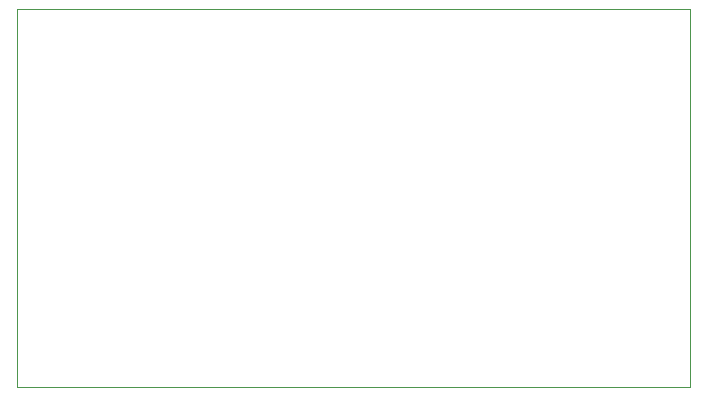
<source format=gbr>
G04 #@! TF.GenerationSoftware,KiCad,Pcbnew,5.1.5-52549c5~84~ubuntu18.04.1*
G04 #@! TF.CreationDate,2020-06-19T14:53:48+02:00*
G04 #@! TF.ProjectId,astabile-kippstufe,61737461-6269-46c6-952d-6b6970707374,V19.0.1*
G04 #@! TF.SameCoordinates,PX754d4c0PY5f5e100*
G04 #@! TF.FileFunction,Profile,NP*
%FSLAX46Y46*%
G04 Gerber Fmt 4.6, Leading zero omitted, Abs format (unit mm)*
G04 Created by KiCad (PCBNEW 5.1.5-52549c5~84~ubuntu18.04.1) date 2020-06-19 14:53:48*
%MOMM*%
%LPD*%
G04 APERTURE LIST*
%ADD10C,0.050000*%
G04 APERTURE END LIST*
D10*
X0Y0D02*
X0Y32000000D01*
X57000000Y0D02*
X0Y0D01*
X57000000Y8000000D02*
X57000000Y0D01*
X57000000Y8000000D02*
X57000000Y25000000D01*
X57000000Y32000000D02*
X0Y32000000D01*
X57000000Y25000000D02*
X57000000Y32000000D01*
M02*

</source>
